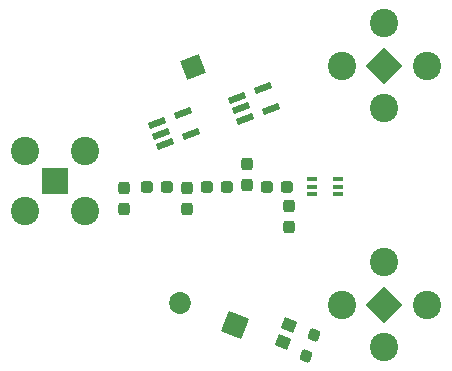
<source format=gbr>
%TF.GenerationSoftware,KiCad,Pcbnew,7.0.5*%
%TF.CreationDate,2023-11-04T19:56:55-04:00*%
%TF.ProjectId,Switch,53776974-6368-42e6-9b69-6361645f7063,rev?*%
%TF.SameCoordinates,Original*%
%TF.FileFunction,Soldermask,Top*%
%TF.FilePolarity,Negative*%
%FSLAX46Y46*%
G04 Gerber Fmt 4.6, Leading zero omitted, Abs format (unit mm)*
G04 Created by KiCad (PCBNEW 7.0.5) date 2023-11-04 19:56:55*
%MOMM*%
%LPD*%
G01*
G04 APERTURE LIST*
G04 Aperture macros list*
%AMRoundRect*
0 Rectangle with rounded corners*
0 $1 Rounding radius*
0 $2 $3 $4 $5 $6 $7 $8 $9 X,Y pos of 4 corners*
0 Add a 4 corners polygon primitive as box body*
4,1,4,$2,$3,$4,$5,$6,$7,$8,$9,$2,$3,0*
0 Add four circle primitives for the rounded corners*
1,1,$1+$1,$2,$3*
1,1,$1+$1,$4,$5*
1,1,$1+$1,$6,$7*
1,1,$1+$1,$8,$9*
0 Add four rect primitives between the rounded corners*
20,1,$1+$1,$2,$3,$4,$5,0*
20,1,$1+$1,$4,$5,$6,$7,0*
20,1,$1+$1,$6,$7,$8,$9,0*
20,1,$1+$1,$8,$9,$2,$3,0*%
%AMRotRect*
0 Rectangle, with rotation*
0 The origin of the aperture is its center*
0 $1 length*
0 $2 width*
0 $3 Rotation angle, in degrees counterclockwise*
0 Add horizontal line*
21,1,$1,$2,0,0,$3*%
G04 Aperture macros list end*
%ADD10RoundRect,0.237500X0.287500X0.237500X-0.287500X0.237500X-0.287500X-0.237500X0.287500X-0.237500X0*%
%ADD11RoundRect,0.102000X0.288976X-0.544741X0.579254X0.211459X-0.288976X0.544741X-0.579254X-0.211459X0*%
%ADD12RoundRect,0.237500X-0.237500X0.300000X-0.237500X-0.300000X0.237500X-0.300000X0.237500X0.300000X0*%
%ADD13RoundRect,0.102000X-1.065857X-0.474550X0.474550X-1.065857X1.065857X0.474550X-0.474550X1.065857X0*%
%ADD14C,1.854000*%
%ADD15R,0.950000X0.450000*%
%ADD16RoundRect,0.237500X-0.132133X0.318507X-0.311317X-0.148283X0.132133X-0.318507X0.311317X0.148283X0*%
%ADD17RotRect,1.473200X0.558800X21.000000*%
%ADD18RoundRect,0.237500X0.237500X-0.300000X0.237500X0.300000X-0.237500X0.300000X-0.237500X-0.300000X0*%
%ADD19RotRect,2.250000X2.250000X45.000000*%
%ADD20C,2.400000*%
%ADD21RotRect,2.250000X2.250000X315.000000*%
%ADD22RotRect,1.700000X1.700000X21.000000*%
%ADD23R,2.250000X2.250000*%
G04 APERTURE END LIST*
D10*
%TO.C,L2*%
X156323000Y-83312000D03*
X154573000Y-83312000D03*
%TD*%
D11*
%TO.C,D1*%
X161580278Y-95001800D03*
X160999722Y-96514200D03*
%TD*%
D12*
%TO.C,VC2*%
X157988000Y-81433500D03*
X157988000Y-83158500D03*
%TD*%
D13*
%TO.C,J1*%
X156972000Y-94996000D03*
D14*
X152304098Y-93204160D03*
%TD*%
D15*
%TO.C,Power Amp*%
X165692000Y-83962000D03*
X165692000Y-83312000D03*
X165692000Y-82662000D03*
X163492000Y-82662000D03*
X163492000Y-83312000D03*
X163492000Y-83962000D03*
%TD*%
D10*
%TO.C,L3*%
X151243000Y-83312000D03*
X149493000Y-83312000D03*
%TD*%
D16*
%TO.C,R1*%
X163649011Y-95922108D03*
X162994989Y-97625892D03*
%TD*%
D17*
%TO.C,U1*%
X157110084Y-75789834D03*
X157450534Y-76676737D03*
X157790984Y-77563639D03*
X160020000Y-76708000D03*
X159339100Y-74934195D03*
%TD*%
D18*
%TO.C,VC1*%
X161544000Y-86714500D03*
X161544000Y-84989500D03*
%TD*%
D10*
%TO.C,L1*%
X161403000Y-83312000D03*
X159653000Y-83312000D03*
%TD*%
D18*
%TO.C,VC4*%
X147574000Y-85190500D03*
X147574000Y-83465500D03*
%TD*%
D19*
%TO.C,J3*%
X169627525Y-73069476D03*
D20*
X166035423Y-73069476D03*
X169627525Y-76661578D03*
X173219627Y-73069476D03*
X169627525Y-69477374D03*
%TD*%
D21*
%TO.C,J4*%
X169627525Y-93300525D03*
D20*
X169627525Y-89708423D03*
X166035423Y-93300525D03*
X169627525Y-96892627D03*
X173219627Y-93300525D03*
%TD*%
D22*
%TO.C,J5*%
X153416000Y-73152000D03*
%TD*%
D23*
%TO.C,J2*%
X141732000Y-82804000D03*
D20*
X144272000Y-85344000D03*
X144272000Y-80264000D03*
X139192000Y-80264000D03*
X139192000Y-85344000D03*
%TD*%
D17*
%TO.C,U2*%
X150379084Y-77948834D03*
X150719534Y-78835737D03*
X151059984Y-79722639D03*
X153289000Y-78867000D03*
X152608100Y-77093195D03*
%TD*%
D18*
%TO.C,VC3*%
X152908000Y-85190500D03*
X152908000Y-83465500D03*
%TD*%
M02*

</source>
